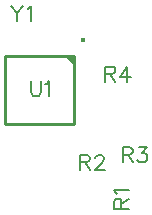
<source format=gbr>
G04 DipTrace 3.3.1.1*
G04 TopSilk.gbr*
%MOIN*%
G04 #@! TF.FileFunction,Legend,Top*
G04 #@! TF.Part,Single*
%ADD10C,0.009843*%
%ADD20O,0.016422X0.016542*%
%ADD44C,0.00772*%
%FSLAX26Y26*%
G04*
G70*
G90*
G75*
G01*
G04 TopSilk*
%LPD*%
X976928Y936257D2*
D10*
X748564D1*
Y707933D1*
X976928D1*
Y936257D1*
D20*
X1008043Y987910D3*
G36*
X976928Y936257D2*
X945435D1*
X976928Y904764D1*
Y936257D1*
G37*
X1135673Y425737D2*
D44*
Y447237D1*
X1133241Y454422D1*
X1130865Y456854D1*
X1126112Y459230D1*
X1121303D1*
X1116550Y456854D1*
X1114118Y454422D1*
X1111741Y447237D1*
Y425737D1*
X1161981D1*
X1135673Y442484D2*
X1161981Y459230D1*
X1121358Y474670D2*
X1118926Y479478D1*
X1111797Y486663D1*
X1161981D1*
X998452Y581426D2*
X1019951D1*
X1027136Y583858D1*
X1029568Y586234D1*
X1031945Y590987D1*
Y595796D1*
X1029568Y600549D1*
X1027136Y602981D1*
X1019951Y605357D1*
X998452D1*
Y555117D1*
X1015198Y581426D2*
X1031945Y555117D1*
X1049816Y593364D2*
Y595741D1*
X1052193Y600549D1*
X1054569Y602926D1*
X1059378Y605302D1*
X1068939D1*
X1073692Y602926D1*
X1076069Y600549D1*
X1078501Y595741D1*
Y590987D1*
X1076069Y586179D1*
X1071316Y579049D1*
X1047384Y555117D1*
X1080878D1*
X1139987Y606156D2*
X1161487D1*
X1168672Y608588D1*
X1171104Y610965D1*
X1173480Y615718D1*
Y620526D1*
X1171104Y625279D1*
X1168672Y627711D1*
X1161487Y630088D1*
X1139987D1*
Y579848D1*
X1156734Y606156D2*
X1173480Y579848D1*
X1193728Y630032D2*
X1219981D1*
X1205666Y610909D1*
X1212851D1*
X1217605Y608533D1*
X1219981Y606156D1*
X1222413Y598971D1*
Y594218D1*
X1219981Y587033D1*
X1215228Y582224D1*
X1208043Y579848D1*
X1200858D1*
X1193728Y582224D1*
X1191351Y584656D1*
X1188920Y589409D1*
X1082549Y875323D2*
X1104049D1*
X1111234Y877755D1*
X1113666Y880132D1*
X1116043Y884885D1*
Y889693D1*
X1113666Y894447D1*
X1111234Y896879D1*
X1104049Y899255D1*
X1082549D1*
Y849015D1*
X1099296Y875323D2*
X1116043Y849015D1*
X1155414D2*
Y899200D1*
X1131482Y865762D1*
X1167352D1*
X834251Y850227D2*
Y814357D1*
X836628Y807172D1*
X841436Y802419D1*
X848621Y799987D1*
X853375D1*
X860560Y802419D1*
X865368Y807172D1*
X867745Y814357D1*
Y850227D1*
X883184Y840610D2*
X887992Y843042D1*
X895177Y850172D1*
Y799987D1*
X769866Y1101840D2*
X788989Y1077908D1*
Y1051600D1*
X808112Y1101840D2*
X788989Y1077908D1*
X823551Y1092223D2*
X828360Y1094655D1*
X835545Y1101784D1*
Y1051600D1*
M02*

</source>
